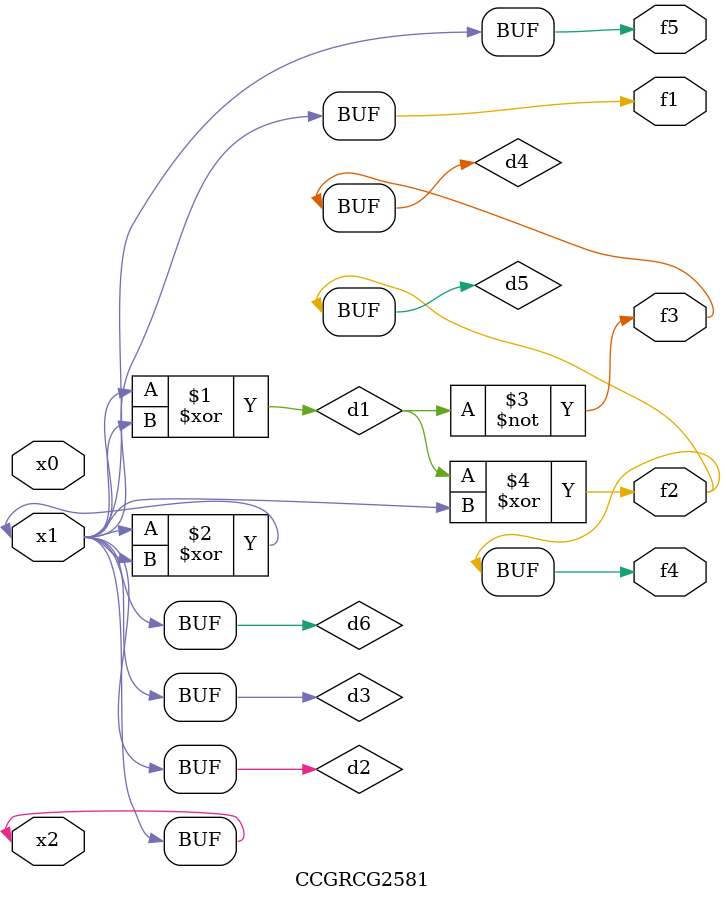
<source format=v>
module CCGRCG2581(
	input x0, x1, x2,
	output f1, f2, f3, f4, f5
);

	wire d1, d2, d3, d4, d5, d6;

	xor (d1, x1, x2);
	buf (d2, x1, x2);
	xor (d3, x1, x2);
	nor (d4, d1);
	xor (d5, d1, d2);
	buf (d6, d2, d3);
	assign f1 = d6;
	assign f2 = d5;
	assign f3 = d4;
	assign f4 = d5;
	assign f5 = d6;
endmodule

</source>
